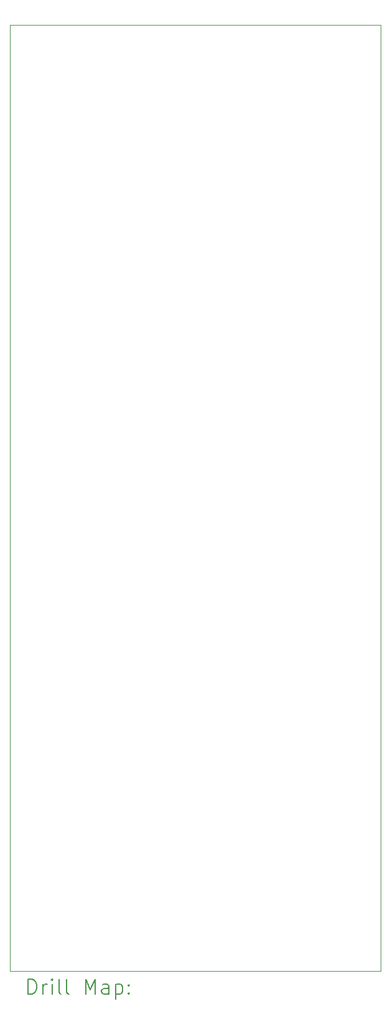
<source format=gbr>
%FSLAX45Y45*%
G04 Gerber Fmt 4.5, Leading zero omitted, Abs format (unit mm)*
G04 Created by KiCad (PCBNEW (6.0.2)) date 2022-05-06 20:28:32*
%MOMM*%
%LPD*%
G01*
G04 APERTURE LIST*
%TA.AperFunction,Profile*%
%ADD10C,0.100000*%
%TD*%
%ADD11C,0.200000*%
G04 APERTURE END LIST*
D10*
X10975000Y-3575000D02*
X16025000Y-3575000D01*
X16025000Y-3575000D02*
X16025000Y-16425000D01*
X10975000Y-3575000D02*
X10975000Y-16425000D01*
X10975000Y-16425000D02*
X16025000Y-16425000D01*
D11*
X11227619Y-16740476D02*
X11227619Y-16540476D01*
X11275238Y-16540476D01*
X11303809Y-16550000D01*
X11322857Y-16569048D01*
X11332381Y-16588095D01*
X11341905Y-16626190D01*
X11341905Y-16654762D01*
X11332381Y-16692857D01*
X11322857Y-16711905D01*
X11303809Y-16730952D01*
X11275238Y-16740476D01*
X11227619Y-16740476D01*
X11427619Y-16740476D02*
X11427619Y-16607143D01*
X11427619Y-16645238D02*
X11437143Y-16626190D01*
X11446667Y-16616667D01*
X11465714Y-16607143D01*
X11484762Y-16607143D01*
X11551428Y-16740476D02*
X11551428Y-16607143D01*
X11551428Y-16540476D02*
X11541905Y-16550000D01*
X11551428Y-16559524D01*
X11560952Y-16550000D01*
X11551428Y-16540476D01*
X11551428Y-16559524D01*
X11675238Y-16740476D02*
X11656190Y-16730952D01*
X11646667Y-16711905D01*
X11646667Y-16540476D01*
X11780000Y-16740476D02*
X11760952Y-16730952D01*
X11751428Y-16711905D01*
X11751428Y-16540476D01*
X12008571Y-16740476D02*
X12008571Y-16540476D01*
X12075238Y-16683333D01*
X12141905Y-16540476D01*
X12141905Y-16740476D01*
X12322857Y-16740476D02*
X12322857Y-16635714D01*
X12313333Y-16616667D01*
X12294286Y-16607143D01*
X12256190Y-16607143D01*
X12237143Y-16616667D01*
X12322857Y-16730952D02*
X12303809Y-16740476D01*
X12256190Y-16740476D01*
X12237143Y-16730952D01*
X12227619Y-16711905D01*
X12227619Y-16692857D01*
X12237143Y-16673809D01*
X12256190Y-16664286D01*
X12303809Y-16664286D01*
X12322857Y-16654762D01*
X12418095Y-16607143D02*
X12418095Y-16807143D01*
X12418095Y-16616667D02*
X12437143Y-16607143D01*
X12475238Y-16607143D01*
X12494286Y-16616667D01*
X12503809Y-16626190D01*
X12513333Y-16645238D01*
X12513333Y-16702381D01*
X12503809Y-16721428D01*
X12494286Y-16730952D01*
X12475238Y-16740476D01*
X12437143Y-16740476D01*
X12418095Y-16730952D01*
X12599048Y-16721428D02*
X12608571Y-16730952D01*
X12599048Y-16740476D01*
X12589524Y-16730952D01*
X12599048Y-16721428D01*
X12599048Y-16740476D01*
X12599048Y-16616667D02*
X12608571Y-16626190D01*
X12599048Y-16635714D01*
X12589524Y-16626190D01*
X12599048Y-16616667D01*
X12599048Y-16635714D01*
M02*

</source>
